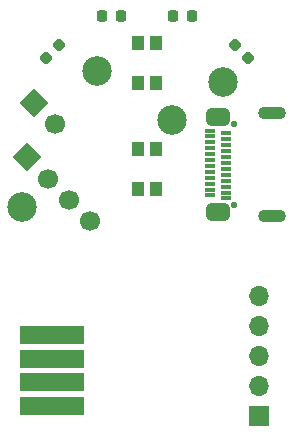
<source format=gbr>
%TF.GenerationSoftware,KiCad,Pcbnew,9.0.5*%
%TF.CreationDate,2025-11-12T12:14:19+01:00*%
%TF.ProjectId,Control board,436f6e74-726f-46c2-9062-6f6172642e6b,rev?*%
%TF.SameCoordinates,Original*%
%TF.FileFunction,Soldermask,Top*%
%TF.FilePolarity,Negative*%
%FSLAX46Y46*%
G04 Gerber Fmt 4.6, Leading zero omitted, Abs format (unit mm)*
G04 Created by KiCad (PCBNEW 9.0.5) date 2025-11-12 12:14:19*
%MOMM*%
%LPD*%
G01*
G04 APERTURE LIST*
G04 Aperture macros list*
%AMRoundRect*
0 Rectangle with rounded corners*
0 $1 Rounding radius*
0 $2 $3 $4 $5 $6 $7 $8 $9 X,Y pos of 4 corners*
0 Add a 4 corners polygon primitive as box body*
4,1,4,$2,$3,$4,$5,$6,$7,$8,$9,$2,$3,0*
0 Add four circle primitives for the rounded corners*
1,1,$1+$1,$2,$3*
1,1,$1+$1,$4,$5*
1,1,$1+$1,$6,$7*
1,1,$1+$1,$8,$9*
0 Add four rect primitives between the rounded corners*
20,1,$1+$1,$2,$3,$4,$5,0*
20,1,$1+$1,$4,$5,$6,$7,0*
20,1,$1+$1,$6,$7,$8,$9,0*
20,1,$1+$1,$8,$9,$2,$3,0*%
%AMHorizOval*
0 Thick line with rounded ends*
0 $1 width*
0 $2 $3 position (X,Y) of the first rounded end (center of the circle)*
0 $4 $5 position (X,Y) of the second rounded end (center of the circle)*
0 Add line between two ends*
20,1,$1,$2,$3,$4,$5,0*
0 Add two circle primitives to create the rounded ends*
1,1,$1,$2,$3*
1,1,$1,$4,$5*%
%AMRotRect*
0 Rectangle, with rotation*
0 The origin of the aperture is its center*
0 $1 length*
0 $2 width*
0 $3 Rotation angle, in degrees counterclockwise*
0 Add horizontal line*
21,1,$1,$2,0,0,$3*%
G04 Aperture macros list end*
%ADD10R,5.500000X1.500000*%
%ADD11C,2.500000*%
%ADD12RoundRect,0.218750X0.218750X0.256250X-0.218750X0.256250X-0.218750X-0.256250X0.218750X-0.256250X0*%
%ADD13RoundRect,0.218750X-0.218750X-0.256250X0.218750X-0.256250X0.218750X0.256250X-0.218750X0.256250X0*%
%ADD14R,1.050000X1.150000*%
%ADD15C,0.550000*%
%ADD16R,0.850000X0.300000*%
%ADD17RoundRect,0.400000X0.750000X-0.100000X0.750000X0.100000X-0.750000X0.100000X-0.750000X-0.100000X0*%
%ADD18RoundRect,0.450000X0.550000X-0.320000X0.550000X0.320000X-0.550000X0.320000X-0.550000X-0.320000X0*%
%ADD19RoundRect,0.218750X0.335876X0.026517X0.026517X0.335876X-0.335876X-0.026517X-0.026517X-0.335876X0*%
%ADD20RoundRect,0.218750X0.026517X-0.335876X0.335876X-0.026517X-0.026517X0.335876X-0.335876X0.026517X0*%
%ADD21RotRect,1.700000X1.700000X225.000000*%
%ADD22HorizOval,1.700000X0.000000X0.000000X0.000000X0.000000X0*%
%ADD23R,1.700000X1.700000*%
%ADD24O,1.700000X1.700000*%
G04 APERTURE END LIST*
D10*
%TO.C,U6*%
X41950000Y-57050000D03*
X41950000Y-59050000D03*
X41950000Y-61050000D03*
X41950000Y-63050000D03*
%TD*%
D11*
%TO.C,TP3*%
X56400000Y-35600000D03*
%TD*%
D12*
%TO.C,D4*%
X53787501Y-30000000D03*
X52212499Y-30000000D03*
%TD*%
D13*
%TO.C,D3*%
X46212499Y-30000000D03*
X47787501Y-30000000D03*
%TD*%
D14*
%TO.C,SW1*%
X50750001Y-35700000D03*
X50750001Y-32300000D03*
X49249999Y-35700000D03*
X49249999Y-32300000D03*
%TD*%
%TO.C,SW2*%
X50750001Y-44700000D03*
X50750001Y-41300000D03*
X49249999Y-44700000D03*
X49249999Y-41300000D03*
%TD*%
D11*
%TO.C,TP4*%
X45800000Y-34700000D03*
%TD*%
D15*
%TO.C,J1*%
X57350000Y-46000000D03*
X57350000Y-39200000D03*
D16*
X55325000Y-45220000D03*
X55325000Y-44719999D03*
X55325000Y-44220000D03*
X55324999Y-43720000D03*
X55325000Y-43220000D03*
X55325000Y-42720000D03*
X55324999Y-42220000D03*
X55325000Y-41720000D03*
X55325000Y-41220001D03*
X55325000Y-40720000D03*
X55325000Y-40220000D03*
X55324999Y-39720000D03*
X56725000Y-39970000D03*
X56725000Y-40470000D03*
X56724999Y-40970000D03*
X56725000Y-41470000D03*
X56725000Y-41970000D03*
X56724999Y-42470000D03*
X56725000Y-42970000D03*
X56724999Y-43470000D03*
X56725000Y-43970000D03*
X56725000Y-44470000D03*
X56724999Y-44970000D03*
X56725000Y-45470000D03*
D17*
X60550000Y-46920000D03*
D18*
X55999999Y-46650000D03*
X55999999Y-38550000D03*
D17*
X60550000Y-38280000D03*
%TD*%
D11*
%TO.C,TP2*%
X52100000Y-38800000D03*
%TD*%
D19*
%TO.C,D5*%
X58556847Y-33556847D03*
X57443153Y-32443153D03*
%TD*%
D20*
%TO.C,D2*%
X41443153Y-33556847D03*
X42556847Y-32443153D03*
%TD*%
D11*
%TO.C,TP1*%
X39400000Y-46200000D03*
%TD*%
D21*
%TO.C,J3*%
X39812994Y-42000000D03*
D22*
X41609045Y-43796051D03*
X43405096Y-45592102D03*
X45201148Y-47388154D03*
%TD*%
D21*
%TO.C,BT1*%
X40400000Y-37400000D03*
D22*
X42196051Y-39196051D03*
%TD*%
D23*
%TO.C,J2*%
X59500000Y-63854999D03*
D24*
X59500000Y-61314999D03*
X59500000Y-58775000D03*
X59500000Y-56234999D03*
X59500000Y-53694999D03*
%TD*%
M02*

</source>
